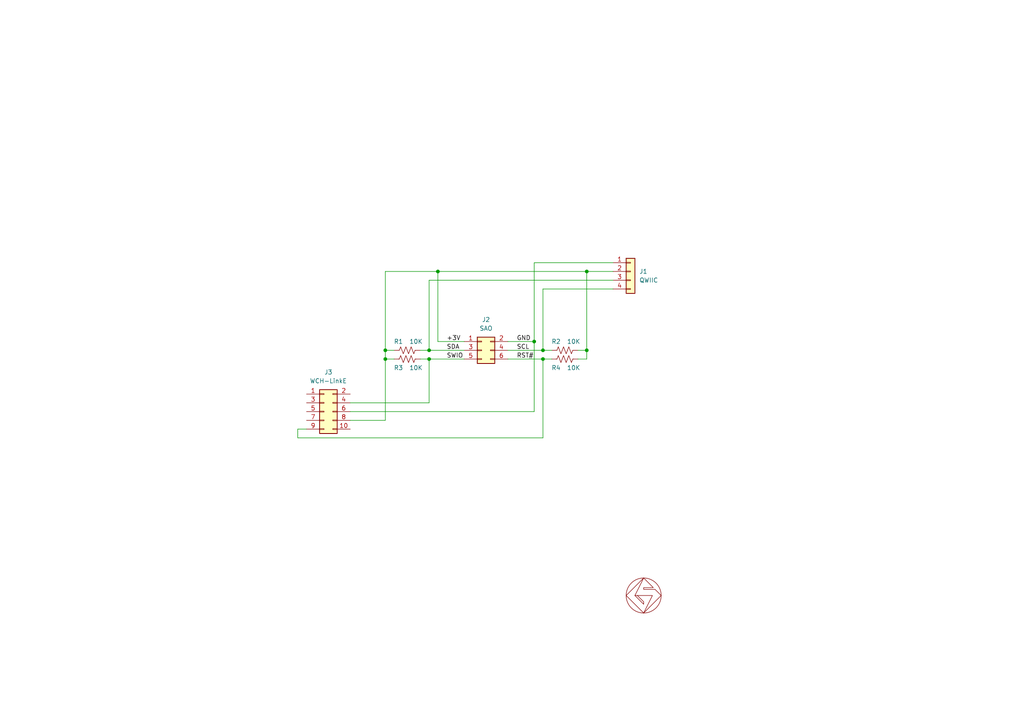
<source format=kicad_sch>
(kicad_sch (version 20230121) (generator eeschema)
  (paper "A4")
  (title_block (title "Qwiic Shitty Programmer") (company "Steiert Solutions"))
  (lib_symbols
    (symbol "Connector_Generic:Conn_01x04" (pin_names (offset 1.016) hide)
      (property "Reference" "J" (at 0 5.08 0))
      (property "Value" "Conn_01x04" (at 0 -7.62 0))
      (symbol "Conn_01x04_1_1"
        (rectangle (start -1.27 -4.953) (end 0 -5.207) (stroke (width 0.1524)))
        (rectangle (start -1.27 -2.413) (end 0 -2.667) (stroke (width 0.1524)))
        (rectangle (start -1.27 0.127) (end 0 -0.127) (stroke (width 0.1524)))
        (rectangle (start -1.27 2.667) (end 0 2.413) (stroke (width 0.1524)))
        (rectangle (start -1.27 3.81) (end 1.27 -6.35) (stroke (width 0.254)) (fill (type background)))
        (pin passive line (at -5.08 2.54 0) (length 3.81) (name "Pin_1") (number "1"))
        (pin passive line (at -5.08 0 0) (length 3.81) (name "Pin_2") (number "2"))
        (pin passive line (at -5.08 -2.54 0) (length 3.81) (name "Pin_3") (number "3"))
        (pin passive line (at -5.08 -5.08 0) (length 3.81) (name "Pin_4") (number "4"))
      )
    )
    (symbol "Connector_Generic:Conn_02x03_Odd_Even" (pin_names (offset 1.016) hide)
      (property "Reference" "J" (at 1.27 5.08 0))
      (property "Value" "Conn_02x03_Odd_Even" (at 1.27 -5.08 0))
      (symbol "Conn_02x03_Odd_Even_1_1"
        (rectangle (start -1.27 -2.413) (end 0 -2.667) (stroke (width 0.1524)))
        (rectangle (start -1.27 0.127) (end 0 -0.127) (stroke (width 0.1524)))
        (rectangle (start -1.27 2.667) (end 0 2.413) (stroke (width 0.1524)))
        (rectangle (start -1.27 3.81) (end 3.81 -3.81) (stroke (width 0.254)) (fill (type background)))
        (rectangle (start 3.81 -2.413) (end 2.54 -2.667) (stroke (width 0.1524)))
        (rectangle (start 3.81 0.127) (end 2.54 -0.127) (stroke (width 0.1524)))
        (rectangle (start 3.81 2.667) (end 2.54 2.413) (stroke (width 0.1524)))
        (pin passive line (at -5.08 2.54 0) (length 3.81) (name "Pin_1") (number "1"))
        (pin passive line (at 7.62 2.54 180) (length 3.81) (name "Pin_2") (number "2"))
        (pin passive line (at -5.08 0 0) (length 3.81) (name "Pin_3") (number "3"))
        (pin passive line (at 7.62 0 180) (length 3.81) (name "Pin_4") (number "4"))
        (pin passive line (at -5.08 -2.54 0) (length 3.81) (name "Pin_5") (number "5"))
        (pin passive line (at 7.62 -2.54 180) (length 3.81) (name "Pin_6") (number "6"))
      )
    )
    (symbol "Connector_Generic:Conn_02x05_Odd_Even" (pin_names (offset 1.016) hide)
      (property "Reference" "J" (at 1.27 7.62 0))
      (property "Value" "Conn_02x05_Odd_Even" (at 1.27 -7.62 0))
      (symbol "Conn_02x05_Odd_Even_1_1"
        (rectangle (start -1.27 -4.953) (end 0 -5.207) (stroke (width 0.1524)))
        (rectangle (start -1.27 -2.413) (end 0 -2.667) (stroke (width 0.1524)))
        (rectangle (start -1.27 0.127) (end 0 -0.127) (stroke (width 0.1524)))
        (rectangle (start -1.27 2.667) (end 0 2.413) (stroke (width 0.1524)))
        (rectangle (start -1.27 5.207) (end 0 4.953) (stroke (width 0.1524)))
        (rectangle (start -1.27 6.35) (end 3.81 -6.35) (stroke (width 0.254)) (fill (type background)))
        (rectangle (start 3.81 -4.953) (end 2.54 -5.207) (stroke (width 0.1524)))
        (rectangle (start 3.81 -2.413) (end 2.54 -2.667) (stroke (width 0.1524)))
        (rectangle (start 3.81 0.127) (end 2.54 -0.127) (stroke (width 0.1524)))
        (rectangle (start 3.81 2.667) (end 2.54 2.413) (stroke (width 0.1524)))
        (rectangle (start 3.81 5.207) (end 2.54 4.953) (stroke (width 0.1524)))
        (pin passive line (at -5.08 5.08 0) (length 3.81) (name "Pin_1") (number "1"))
        (pin passive line (at 7.62 -5.08 180) (length 3.81) (name "Pin_10") (number "10"))
        (pin passive line (at 7.62 5.08 180) (length 3.81) (name "Pin_2") (number "2"))
        (pin passive line (at -5.08 2.54 0) (length 3.81) (name "Pin_3") (number "3"))
        (pin passive line (at 7.62 2.54 180) (length 3.81) (name "Pin_4") (number "4"))
        (pin passive line (at -5.08 0 0) (length 3.81) (name "Pin_5") (number "5"))
        (pin passive line (at 7.62 0 180) (length 3.81) (name "Pin_6") (number "6"))
        (pin passive line (at -5.08 -2.54 0) (length 3.81) (name "Pin_7") (number "7"))
        (pin passive line (at 7.62 -2.54 180) (length 3.81) (name "Pin_8") (number "8"))
        (pin passive line (at -5.08 -5.08 0) (length 3.81) (name "Pin_9") (number "9"))
      )
    )
    (symbol "Device:R_US" (pin_numbers hide) (pin_names (offset 0))
      (property "Reference" "R" (at 2.54 0 90))
      (property "Value" "R_US" (at -2.54 0 90))
      (symbol "R_US_0_1"
        (polyline (pts (xy 0 -2.286) (xy 0 -2.54)))
        (polyline (pts (xy 0 2.286) (xy 0 2.54)))
        (polyline (pts (xy 0 -0.762) (xy 1.016 -1.143) (xy 0 -1.524) (xy -1.016 -1.905) (xy 0 -2.286)))
        (polyline (pts (xy 0 0.762) (xy 1.016 0.381) (xy 0 0) (xy -1.016 -0.381) (xy 0 -0.762)))
        (polyline (pts (xy 0 2.286) (xy 1.016 1.905) (xy 0 1.524) (xy -1.016 1.143) (xy 0 0.762)))
      )
      (symbol "R_US_1_1"
        (pin passive line (at 0 3.81 270) (length 1.27) (name "~") (number "1"))
        (pin passive line (at 0 -3.81 90) (length 1.27) (name "~") (number "2"))
      )
    )
    (symbol "custom:GS_logo-custom" (pin_numbers hide) (pin_names (offset 0) hide)
      (symbol "GS_logo-custom_0_1"
        (polyline (pts (xy 0 -5.08) (xy 5.08 0)))
        (polyline (pts (xy -2.54 0) (xy 0 -2.54) (xy 0 -1.8288) (xy -1.8288 0)))
        (polyline (pts (xy 0 5.08) (xy -5.08 0) (xy 0 -5.08) (xy 2.54 0) (xy -2.54 0) (xy 0 5.08)))
        (polyline (pts (xy 5.08 0) (xy 3.302 1.778) (xy 0 1.778) (xy 0 2.286) (xy 2.794 2.286) (xy 0 5.08)))
        (circle (center 0 0) (radius 5.08))
      )
      (symbol "GS_logo-custom_1_1"
        (pin unspecified line (at 0 0 90) (length 0) hide (name "GS") (number "1"))
      )
    )
  )
  (junction (at 157.48 104.14))
  (junction (at 170.18 101.6))
  (junction (at 127 78.74))
  (junction (at 124.46 101.6))
  (junction (at 124.46 104.14))
  (junction (at 111.76 101.6))
  (junction (at 154.94 99.06))
  (junction (at 157.48 101.6))
  (junction (at 170.18 78.74))
  (junction (at 111.76 104.14))
  (wire (pts (xy 157.48 104.14) (xy 157.48 127)))
  (wire (pts (xy 157.48 104.14) (xy 160.02 104.14)))
  (wire (pts (xy 101.6 121.92) (xy 111.76 121.92)))
  (wire (pts (xy 127 78.74) (xy 127 99.06)))
  (wire (pts (xy 170.18 78.74) (xy 170.18 101.6)))
  (wire (pts (xy 124.46 101.6) (xy 134.62 101.6)))
  (wire (pts (xy 121.92 104.14) (xy 124.46 104.14)))
  (wire (pts (xy 111.76 78.74) (xy 111.76 101.6)))
  (wire (pts (xy 101.6 116.84) (xy 124.46 116.84)))
  (wire (pts (xy 111.76 101.6) (xy 111.76 104.14)))
  (wire (pts (xy 124.46 81.28) (xy 177.8 81.28)))
  (wire (pts (xy 124.46 104.14) (xy 134.62 104.14)))
  (wire (pts (xy 154.94 76.2) (xy 177.8 76.2)))
  (wire (pts (xy 86.36 124.46) (xy 88.9 124.46)))
  (wire (pts (xy 127 99.06) (xy 134.62 99.06)))
  (wire (pts (xy 86.36 127) (xy 157.48 127)))
  (wire (pts (xy 111.76 104.14) (xy 111.76 121.92)))
  (wire (pts (xy 127 78.74) (xy 170.18 78.74)))
  (wire (pts (xy 167.64 101.6) (xy 170.18 101.6)))
  (wire (pts (xy 101.6 119.38) (xy 154.94 119.38)))
  (wire (pts (xy 157.48 83.82) (xy 157.48 101.6)))
  (wire (pts (xy 121.92 101.6) (xy 124.46 101.6)))
  (wire (pts (xy 170.18 101.6) (xy 170.18 104.14)))
  (wire (pts (xy 147.32 101.6) (xy 157.48 101.6)))
  (wire (pts (xy 111.76 101.6) (xy 114.3 101.6)))
  (wire (pts (xy 157.48 101.6) (xy 160.02 101.6)))
  (wire (pts (xy 157.48 83.82) (xy 177.8 83.82)))
  (wire (pts (xy 124.46 81.28) (xy 124.46 101.6)))
  (wire (pts (xy 124.46 104.14) (xy 124.46 116.84)))
  (wire (pts (xy 147.32 104.14) (xy 157.48 104.14)))
  (wire (pts (xy 111.76 104.14) (xy 114.3 104.14)))
  (wire (pts (xy 111.76 78.74) (xy 127 78.74)))
  (wire (pts (xy 147.32 99.06) (xy 154.94 99.06)))
  (wire (pts (xy 170.18 78.74) (xy 177.8 78.74)))
  (wire (pts (xy 167.64 104.14) (xy 170.18 104.14)))
  (wire (pts (xy 86.36 124.46) (xy 86.36 127)))
  (wire (pts (xy 154.94 99.06) (xy 154.94 119.38)))
  (wire (pts (xy 154.94 76.2) (xy 154.94 99.06)))
  (label "SWIO" (at 129.54 104.14 0))
  (label "GND" (at 149.86 99.06 0))
  (label "SDA" (at 129.54 101.6 0))
  (label "+3V" (at 129.54 99.06 0))
  (label "RST#" (at 149.86 104.14 0))
  (label "SCL" (at 149.86 101.6 0))
  (symbol (lib_id "Connector_Generic:Conn_02x03_Odd_Even") (at 139.7 101.6 0) (unit 1)
    (property "Reference" "J2" (at 140.97 92.71 0))
    (property "Value" "SAO" (at 140.97 95.25 0))
    (property "Footprint" "Connector_PinHeader_2.54mm:PinHeader_2x03_P2.54mm_Vertical" (effects hide))
  )
  (symbol (lib_id "Device:R_US") (at 118.11 101.6 90) (unit 1)
    (property "Reference" "R1" (at 115.57 99.06 90))
    (property "Value" "10K" (at 120.65 99.06 90))
    (property "Footprint" "Resistor_SMD:R_0603_1608Metric" (effects hide))
  )
  (symbol (lib_id "Connector_Generic:Conn_02x05_Odd_Even") (at 93.98 119.38 0) (unit 1)
    (property "Reference" "J3" (at 95.25 107.95 0))
    (property "Value" "WCH-LinkE" (at 95.25 110.49 0))
    (property "Footprint" "Connector_PinSocket_2.54mm:PinSocket_2x05_P2.54mm_Horizontal" (effects hide))
  )
  (symbol (lib_id "Device:R_US") (at 163.83 101.6 90) (unit 1)
    (property "Reference" "R2" (at 161.29 99.06 90))
    (property "Value" "10K" (at 166.37 99.06 90))
    (property "Footprint" "Resistor_SMD:R_0603_1608Metric" (effects hide))
  )
  (symbol (lib_id "Device:R_US") (at 163.83 104.14 90) (unit 1)
    (property "Reference" "R4" (at 161.29 106.68 90))
    (property "Value" "10K" (at 166.37 106.68 90))
    (property "Footprint" "Resistor_SMD:R_0603_1608Metric" (effects hide))
  )
  (symbol (lib_id "Device:R_US") (at 118.11 104.14 90) (unit 1)
    (property "Reference" "R3" (at 115.57 106.68 90))
    (property "Value" "10K" (at 120.65 106.68 90))
    (property "Footprint" "Resistor_SMD:R_0603_1608Metric" (effects hide))
  )
  (symbol (lib_id "Connector_Generic:Conn_01x04") (at 182.88 78.74 0) (unit 1)
    (property "Reference" "J1" (at 185.42 78.74 0) (effects (justify left)))
    (property "Value" "QWIIC" (at 185.42 81.28 0) (effects (justify left)))
    (property "Footprint" "Connector_JST:JST_SH_SM04B-SRSS-TB_1x04-1MP_P1.00mm_Horizontal" (effects hide))
  )
  (symbol (lib_id "custom:GS_logo-custom") (at 186.69 172.72 0) (unit 1)
    (property "Reference" "GS1" (effects hide))
    (property "Value" "GS_logo" (effects hide))
    (property "Footprint" "custom:gs_logo_200mil" (effects hide))
  )
)
</source>
